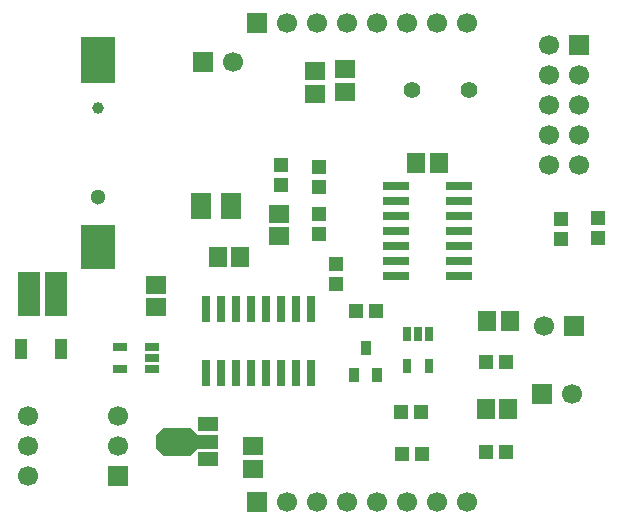
<source format=gbr>
G04 DipTrace 3.2.0.1*
G04 TopMask.gbr*
%MOIN*%
G04 #@! TF.FileFunction,Soldermask,Top*
G04 #@! TF.Part,Single*
%AMOUTLINE1*
4,1,4,
0.055118,0.075984,
0.055118,-0.075984,
-0.055118,-0.075984,
-0.055118,0.075984,
0.055118,0.075984,
0*%
%AMOUTLINE4*
4,1,4,
0.055118,0.073622,
0.055118,-0.073622,
-0.055118,-0.073622,
-0.055118,0.073622,
0.055118,0.073622,
0*%
%AMOUTLINE7*
4,1,4,
0.037402,-0.074803,
-0.037402,-0.074803,
-0.037402,0.074803,
0.037402,0.074803,
0.037402,-0.074803,
0*%
%AMOUTLINE10*
4,1,4,
-0.037402,-0.074803,
0.037402,-0.074803,
0.037402,0.074803,
-0.037402,0.074803,
-0.037402,-0.074803,
0*%
%AMOUTLINE13*
4,1,10,
0.104331,0.023622,
0.035095,0.023622,
0.011473,0.047244,
-0.078402,0.047244,
-0.104331,0.021316,
-0.104331,-0.021316,
-0.078402,-0.047244,
0.011473,-0.047244,
0.035095,-0.023622,
0.104331,-0.023622,
0.104331,0.023622,
0*%
%ADD38C,0.03937*%
%ADD40C,0.051181*%
%ADD46C,0.055874*%
%ADD48R,0.031496X0.086614*%
%ADD50R,0.031496X0.051181*%
%ADD52R,0.051181X0.031496*%
%ADD54R,0.033465X0.049213*%
%ADD56R,0.066929X0.047244*%
%ADD57R,0.086614X0.031496*%
%ADD59R,0.047244X0.051181*%
%ADD61R,0.051181X0.047244*%
%ADD63C,0.066929*%
%ADD65R,0.066929X0.066929*%
%ADD67R,0.03937X0.070866*%
%ADD69R,0.069869X0.089869*%
%ADD71R,0.059055X0.066929*%
%ADD73R,0.066929X0.059055*%
%ADD81OUTLINE1*%
%ADD84OUTLINE4*%
%ADD87OUTLINE7*%
%ADD90OUTLINE10*%
%ADD93OUTLINE13*%
%FSLAX26Y26*%
G04*
G70*
G90*
G75*
G01*
G04 TopMask*
%LPD*%
D73*
X949892Y1254735D3*
Y1179932D3*
D71*
X1818551Y1660942D3*
X1893354D3*
D73*
X1362349Y1492210D3*
Y1417407D3*
X1274858Y717291D3*
Y642488D3*
D71*
X1156121Y1348475D3*
X1230924D3*
X2124769Y842278D3*
X2049966D3*
D69*
X1199866Y1517207D3*
X1099866D3*
D71*
X2056026Y1135997D3*
X2130829D3*
D67*
X633798Y1042257D3*
X499940D3*
D81*
X756153Y2004656D3*
D84*
Y1382609D3*
D38*
Y1844420D3*
D40*
Y1549144D3*
D65*
X1287357Y529811D3*
D63*
X1387357D3*
X1487357D3*
X1587357D3*
X1687357D3*
X1787357D3*
X1887357D3*
X1987357D3*
D65*
X2362244Y2054651D3*
D63*
X2262244D3*
X2362244Y1954651D3*
X2262244D3*
X2362244Y1854651D3*
X2262244D3*
X2362244Y1754651D3*
X2262244D3*
X2362244Y1654651D3*
X2262244D3*
D65*
X2237257Y892273D3*
D63*
X2337257D3*
D65*
X2343496Y1117249D3*
D63*
X2243496D3*
D65*
X1106126Y1998407D3*
D63*
X1206126D3*
D73*
X1581076Y1898417D3*
Y1973220D3*
X1481087Y1892168D3*
Y1966971D3*
D87*
X618677Y1223488D3*
D90*
X528126D3*
D61*
X2049682Y998417D3*
X2116612D3*
D59*
X2299751Y1473462D3*
Y1406533D3*
X2424738Y1410969D3*
Y1477898D3*
X1493585Y1648444D3*
Y1581514D3*
X1368598Y1654693D3*
Y1587764D3*
X1549829Y1323478D3*
Y1256549D3*
D61*
X1768556Y829780D3*
X1835486D3*
X1837299Y692294D3*
X1770370D3*
D59*
X1493585Y1423467D3*
Y1490396D3*
D61*
X2118520Y698543D3*
X2051591D3*
D57*
X1749951Y1586073D3*
Y1536073D3*
Y1486073D3*
Y1436073D3*
Y1386073D3*
Y1336073D3*
Y1286073D3*
X1962550D3*
Y1336073D3*
Y1386073D3*
Y1436073D3*
Y1486073D3*
Y1536073D3*
Y1586073D3*
D56*
X1124874Y673546D3*
D93*
X1054008Y732601D3*
D56*
X1124874Y791656D3*
D54*
X1612323Y954766D3*
X1687126D3*
X1649724Y1045318D3*
D52*
X937394Y973514D3*
Y1010916D3*
Y1048318D3*
X831094D3*
Y973514D3*
D50*
X1862297Y1092252D3*
X1824895D3*
X1787493D3*
Y985953D3*
X1862297D3*
D65*
X824906Y617302D3*
D63*
Y717302D3*
Y817302D3*
X524906D3*
Y717302D3*
Y617302D3*
D48*
X1118701Y961073D3*
X1168701D3*
X1218701D3*
X1268701D3*
X1318701D3*
X1368701D3*
X1418701D3*
X1468701D3*
Y1173672D3*
X1418701D3*
X1368701D3*
X1318701D3*
X1268701D3*
X1218701D3*
X1168701D3*
X1118701D3*
D46*
X1993533Y1904667D3*
X1803533D3*
D61*
X1618572Y1167244D3*
X1685501D3*
D65*
X1287357Y2129643D3*
D63*
X1387357D3*
X1487357D3*
X1587357D3*
X1687357D3*
X1787357D3*
X1887357D3*
X1987357D3*
M02*

</source>
